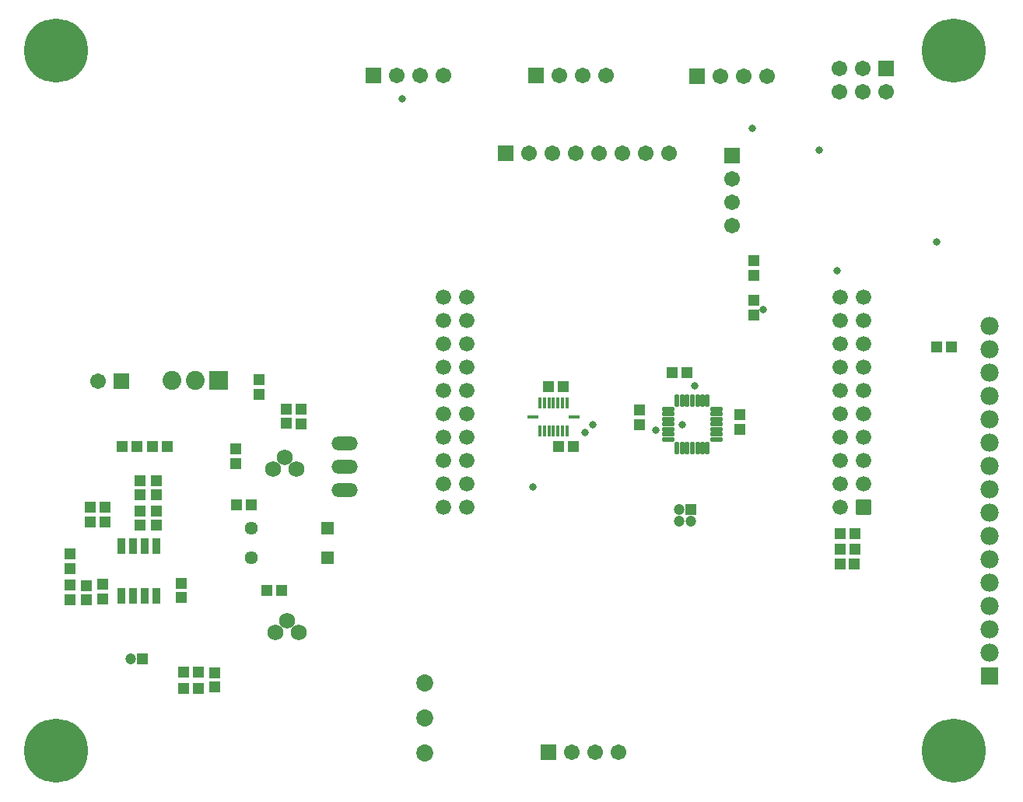
<source format=gts>
G04*
G04 #@! TF.GenerationSoftware,Altium Limited,Altium Designer,19.1.5 (86)*
G04*
G04 Layer_Color=8388736*
%FSLAX25Y25*%
%MOIN*%
G70*
G01*
G75*
%ADD28R,0.04737X0.04934*%
%ADD29R,0.04934X0.04737*%
%ADD30R,0.04540X0.04737*%
%ADD31R,0.04737X0.04540*%
%ADD32R,0.03359X0.06804*%
%ADD33R,0.04800X0.01784*%
%ADD34R,0.01784X0.04800*%
%ADD35O,0.02100X0.05700*%
%ADD36O,0.05700X0.02100*%
%ADD37C,0.06706*%
%ADD38R,0.06706X0.06706*%
%ADD39R,0.06706X0.06706*%
%ADD40R,0.04737X0.04737*%
%ADD41C,0.04737*%
%ADD42C,0.07800*%
%ADD43R,0.07800X0.07800*%
%ADD44C,0.07300*%
%ADD45C,0.06808*%
%ADD46C,0.06602*%
%ADD47C,0.08083*%
%ADD48R,0.08083X0.08083*%
%ADD49R,0.05674X0.05674*%
%ADD50C,0.05674*%
%ADD51O,0.11200X0.06000*%
G04:AMPARAMS|DCode=52|XSize=66.02mil|YSize=66.02mil|CornerRadius=4.33mil|HoleSize=0mil|Usage=FLASHONLY|Rotation=90.000|XOffset=0mil|YOffset=0mil|HoleType=Round|Shape=RoundedRectangle|*
%AMROUNDEDRECTD52*
21,1,0.06602,0.05736,0,0,90.0*
21,1,0.05736,0.06602,0,0,90.0*
1,1,0.00866,0.02868,0.02868*
1,1,0.00866,0.02868,-0.02868*
1,1,0.00866,-0.02868,-0.02868*
1,1,0.00866,-0.02868,0.02868*
%
%ADD52ROUNDEDRECTD52*%
%ADD53C,0.03300*%
%ADD54C,0.27400*%
D28*
X577500Y423150D02*
D03*
Y416850D02*
D03*
Y440150D02*
D03*
Y433850D02*
D03*
X291480Y294630D02*
D03*
Y300929D02*
D03*
X365480Y389079D02*
D03*
Y382780D02*
D03*
X376980Y376579D02*
D03*
Y370280D02*
D03*
X383480Y376429D02*
D03*
Y370130D02*
D03*
X321480Y339630D02*
D03*
Y345929D02*
D03*
X299480Y328130D02*
D03*
Y334429D02*
D03*
X346480Y257280D02*
D03*
Y263579D02*
D03*
X284480Y314429D02*
D03*
Y308130D02*
D03*
Y301079D02*
D03*
Y294780D02*
D03*
X314480Y326630D02*
D03*
Y332929D02*
D03*
Y345929D02*
D03*
Y339630D02*
D03*
D29*
X662150Y403000D02*
D03*
X655850D02*
D03*
X375130Y298780D02*
D03*
X368831D02*
D03*
X355831Y335280D02*
D03*
X362130D02*
D03*
X313130Y360280D02*
D03*
X306831D02*
D03*
X326130D02*
D03*
X319831D02*
D03*
D30*
X298480Y301280D02*
D03*
Y294980D02*
D03*
X571500Y367850D02*
D03*
Y374150D02*
D03*
X528500Y369850D02*
D03*
Y376150D02*
D03*
X331980Y301929D02*
D03*
Y295630D02*
D03*
X321480Y332929D02*
D03*
Y326630D02*
D03*
X355480Y353130D02*
D03*
Y359429D02*
D03*
X292980Y328130D02*
D03*
Y334429D02*
D03*
D31*
X542350Y392000D02*
D03*
X548650D02*
D03*
X614350Y316500D02*
D03*
X620650D02*
D03*
X614201Y310000D02*
D03*
X620500D02*
D03*
X614350Y323000D02*
D03*
X620650D02*
D03*
X332980Y256780D02*
D03*
X339280D02*
D03*
X332980Y263780D02*
D03*
X339280D02*
D03*
X489350Y386000D02*
D03*
X495650D02*
D03*
X493850Y360500D02*
D03*
X500150D02*
D03*
D32*
X321480Y317780D02*
D03*
X316480D02*
D03*
X311480D02*
D03*
X306480D02*
D03*
Y296425D02*
D03*
X311480D02*
D03*
X316480D02*
D03*
X321480D02*
D03*
D33*
X482577Y373001D02*
D03*
X500421Y373001D02*
D03*
D34*
X485594Y367032D02*
D03*
X487562D02*
D03*
X489531D02*
D03*
X491499D02*
D03*
X493468D02*
D03*
X495436D02*
D03*
X497405D02*
D03*
X497411Y378980D02*
D03*
X495442D02*
D03*
X493474D02*
D03*
X491505D02*
D03*
X489537D02*
D03*
X487568D02*
D03*
X485600D02*
D03*
D35*
X557500Y359800D02*
D03*
X555300D02*
D03*
X553200D02*
D03*
X551000D02*
D03*
X548800D02*
D03*
X546700D02*
D03*
X544500D02*
D03*
Y380200D02*
D03*
X546700D02*
D03*
X548800D02*
D03*
X551000D02*
D03*
X553200D02*
D03*
X555300D02*
D03*
X557500D02*
D03*
D36*
X540800Y363500D02*
D03*
Y365700D02*
D03*
Y367800D02*
D03*
Y370000D02*
D03*
Y372200D02*
D03*
Y374300D02*
D03*
Y376500D02*
D03*
X561200D02*
D03*
Y374300D02*
D03*
Y372200D02*
D03*
Y370000D02*
D03*
Y367800D02*
D03*
Y365700D02*
D03*
Y363500D02*
D03*
D37*
X568000Y455000D02*
D03*
Y465000D02*
D03*
Y475000D02*
D03*
X634000Y512500D02*
D03*
X624000Y522500D02*
D03*
Y512500D02*
D03*
X614000Y522500D02*
D03*
Y512500D02*
D03*
X519500Y229500D02*
D03*
X509500D02*
D03*
X499500D02*
D03*
X444500Y519500D02*
D03*
X434500D02*
D03*
X424500D02*
D03*
X583000Y519000D02*
D03*
X573000D02*
D03*
X563000D02*
D03*
X481000Y486000D02*
D03*
X491000D02*
D03*
X501000D02*
D03*
X511000D02*
D03*
X521000D02*
D03*
X531000D02*
D03*
X541000D02*
D03*
X514000Y519500D02*
D03*
X504000D02*
D03*
X494000D02*
D03*
X296480Y388280D02*
D03*
D38*
X568000Y485000D02*
D03*
D39*
X634000Y522500D02*
D03*
X489500Y229500D02*
D03*
X414500Y519500D02*
D03*
X553000Y519000D02*
D03*
X471000Y486000D02*
D03*
X484000Y519500D02*
D03*
X306480Y388280D02*
D03*
D40*
X550500Y333500D02*
D03*
X315480Y269280D02*
D03*
D41*
X550500Y328500D02*
D03*
X545500Y333500D02*
D03*
Y328500D02*
D03*
X310480Y269280D02*
D03*
D42*
X678500Y412000D02*
D03*
Y402000D02*
D03*
Y392000D02*
D03*
Y382000D02*
D03*
Y372000D02*
D03*
Y362000D02*
D03*
Y352000D02*
D03*
Y342000D02*
D03*
Y332000D02*
D03*
Y322000D02*
D03*
Y312000D02*
D03*
Y302000D02*
D03*
Y292000D02*
D03*
Y282000D02*
D03*
Y272000D02*
D03*
D43*
Y262000D02*
D03*
D44*
X436500Y229000D02*
D03*
Y259000D02*
D03*
Y244000D02*
D03*
D45*
X382480Y280780D02*
D03*
X377480Y285780D02*
D03*
X372480Y280780D02*
D03*
X381480Y350780D02*
D03*
X376480Y355780D02*
D03*
X371480Y350780D02*
D03*
D46*
X454500Y334500D02*
D03*
Y344500D02*
D03*
Y354500D02*
D03*
Y364500D02*
D03*
Y374500D02*
D03*
Y384500D02*
D03*
Y394500D02*
D03*
Y404500D02*
D03*
Y414500D02*
D03*
Y424500D02*
D03*
X444500Y334500D02*
D03*
Y344500D02*
D03*
Y354500D02*
D03*
Y364500D02*
D03*
Y374500D02*
D03*
Y384500D02*
D03*
Y394500D02*
D03*
Y404500D02*
D03*
Y414500D02*
D03*
Y424500D02*
D03*
X614500D02*
D03*
Y414500D02*
D03*
Y404500D02*
D03*
Y394500D02*
D03*
Y384500D02*
D03*
Y374500D02*
D03*
Y364500D02*
D03*
Y354500D02*
D03*
Y344500D02*
D03*
Y334500D02*
D03*
X624500Y424500D02*
D03*
Y414500D02*
D03*
Y404500D02*
D03*
Y394500D02*
D03*
Y384500D02*
D03*
Y374500D02*
D03*
Y364500D02*
D03*
Y354500D02*
D03*
Y344500D02*
D03*
D47*
X327980Y388780D02*
D03*
X337980D02*
D03*
D48*
X347980D02*
D03*
D49*
X394803Y325280D02*
D03*
Y312780D02*
D03*
D50*
X362157Y325280D02*
D03*
Y312780D02*
D03*
D51*
X401980Y361780D02*
D03*
Y341780D02*
D03*
Y351780D02*
D03*
D52*
X624500Y334500D02*
D03*
D53*
X535200Y367500D02*
D03*
X605331Y487400D02*
D03*
X508400Y369700D02*
D03*
X552000Y386500D02*
D03*
X482700Y343050D02*
D03*
X655850Y448000D02*
D03*
X581500Y419100D02*
D03*
X613100Y435900D02*
D03*
X426600Y509300D02*
D03*
X505100Y366300D02*
D03*
X576700Y496700D02*
D03*
X546800Y369900D02*
D03*
D54*
X278500Y530000D02*
D03*
Y230000D02*
D03*
X663000D02*
D03*
Y530000D02*
D03*
M02*

</source>
